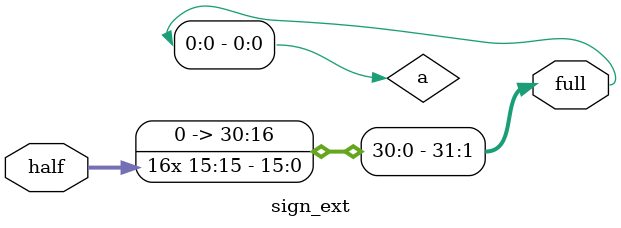
<source format=sv>
module sign_ext(
    input   logic[15:0] half,
    output  logic[31:0] full,
);
    // 入力 bit の MSB を見て符号拡張
    assign full = {{16{half[15]}}, a};
    
endmodule 
</source>
